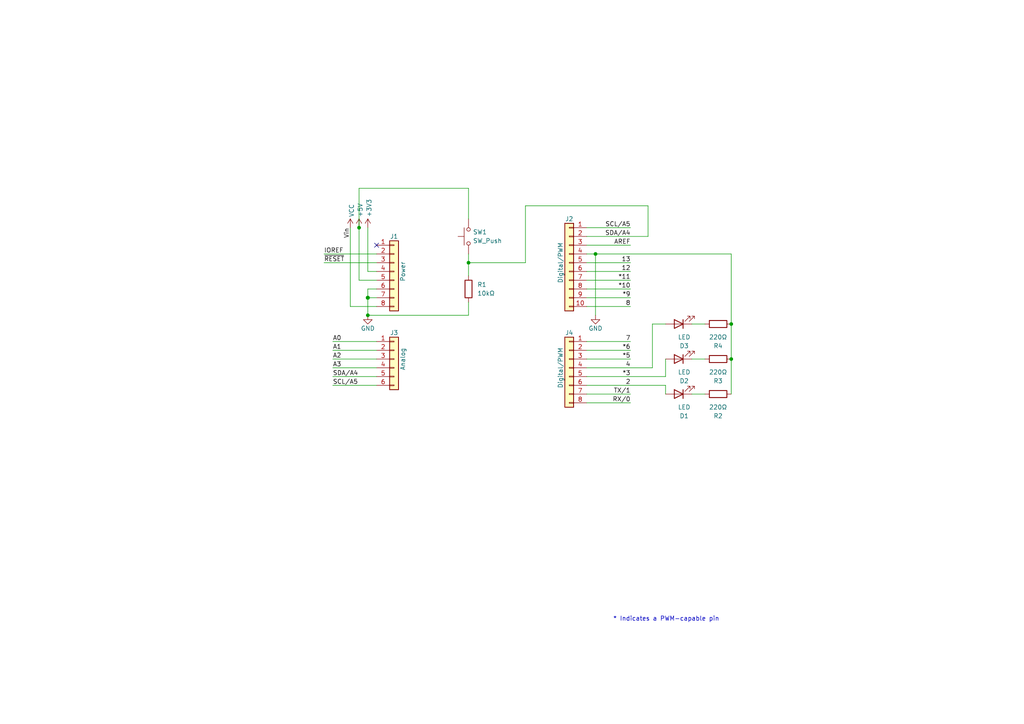
<source format=kicad_sch>
(kicad_sch
	(version 20231120)
	(generator "eeschema")
	(generator_version "8.0")
	(uuid "e63e39d7-6ac0-4ffd-8aa3-1841a4541b55")
	(paper "A4")
	(title_block
		(date "mar. 31 mars 2015")
	)
	(lib_symbols
		(symbol "Connector_Generic:Conn_01x06"
			(pin_names
				(offset 1.016) hide)
			(exclude_from_sim no)
			(in_bom yes)
			(on_board yes)
			(property "Reference" "J"
				(at 0 7.62 0)
				(effects
					(font
						(size 1.27 1.27)
					)
				)
			)
			(property "Value" "Conn_01x06"
				(at 0 -10.16 0)
				(effects
					(font
						(size 1.27 1.27)
					)
				)
			)
			(property "Footprint" ""
				(at 0 0 0)
				(effects
					(font
						(size 1.27 1.27)
					)
					(hide yes)
				)
			)
			(property "Datasheet" "~"
				(at 0 0 0)
				(effects
					(font
						(size 1.27 1.27)
					)
					(hide yes)
				)
			)
			(property "Description" "Generic connector, single row, 01x06, script generated (kicad-library-utils/schlib/autogen/connector/)"
				(at 0 0 0)
				(effects
					(font
						(size 1.27 1.27)
					)
					(hide yes)
				)
			)
			(property "ki_keywords" "connector"
				(at 0 0 0)
				(effects
					(font
						(size 1.27 1.27)
					)
					(hide yes)
				)
			)
			(property "ki_fp_filters" "Connector*:*_1x??_*"
				(at 0 0 0)
				(effects
					(font
						(size 1.27 1.27)
					)
					(hide yes)
				)
			)
			(symbol "Conn_01x06_1_1"
				(rectangle
					(start -1.27 -7.493)
					(end 0 -7.747)
					(stroke
						(width 0.1524)
						(type default)
					)
					(fill
						(type none)
					)
				)
				(rectangle
					(start -1.27 -4.953)
					(end 0 -5.207)
					(stroke
						(width 0.1524)
						(type default)
					)
					(fill
						(type none)
					)
				)
				(rectangle
					(start -1.27 -2.413)
					(end 0 -2.667)
					(stroke
						(width 0.1524)
						(type default)
					)
					(fill
						(type none)
					)
				)
				(rectangle
					(start -1.27 0.127)
					(end 0 -0.127)
					(stroke
						(width 0.1524)
						(type default)
					)
					(fill
						(type none)
					)
				)
				(rectangle
					(start -1.27 2.667)
					(end 0 2.413)
					(stroke
						(width 0.1524)
						(type default)
					)
					(fill
						(type none)
					)
				)
				(rectangle
					(start -1.27 5.207)
					(end 0 4.953)
					(stroke
						(width 0.1524)
						(type default)
					)
					(fill
						(type none)
					)
				)
				(rectangle
					(start -1.27 6.35)
					(end 1.27 -8.89)
					(stroke
						(width 0.254)
						(type default)
					)
					(fill
						(type background)
					)
				)
				(pin passive line
					(at -5.08 5.08 0)
					(length 3.81)
					(name "Pin_1"
						(effects
							(font
								(size 1.27 1.27)
							)
						)
					)
					(number "1"
						(effects
							(font
								(size 1.27 1.27)
							)
						)
					)
				)
				(pin passive line
					(at -5.08 2.54 0)
					(length 3.81)
					(name "Pin_2"
						(effects
							(font
								(size 1.27 1.27)
							)
						)
					)
					(number "2"
						(effects
							(font
								(size 1.27 1.27)
							)
						)
					)
				)
				(pin passive line
					(at -5.08 0 0)
					(length 3.81)
					(name "Pin_3"
						(effects
							(font
								(size 1.27 1.27)
							)
						)
					)
					(number "3"
						(effects
							(font
								(size 1.27 1.27)
							)
						)
					)
				)
				(pin passive line
					(at -5.08 -2.54 0)
					(length 3.81)
					(name "Pin_4"
						(effects
							(font
								(size 1.27 1.27)
							)
						)
					)
					(number "4"
						(effects
							(font
								(size 1.27 1.27)
							)
						)
					)
				)
				(pin passive line
					(at -5.08 -5.08 0)
					(length 3.81)
					(name "Pin_5"
						(effects
							(font
								(size 1.27 1.27)
							)
						)
					)
					(number "5"
						(effects
							(font
								(size 1.27 1.27)
							)
						)
					)
				)
				(pin passive line
					(at -5.08 -7.62 0)
					(length 3.81)
					(name "Pin_6"
						(effects
							(font
								(size 1.27 1.27)
							)
						)
					)
					(number "6"
						(effects
							(font
								(size 1.27 1.27)
							)
						)
					)
				)
			)
		)
		(symbol "Connector_Generic:Conn_01x08"
			(pin_names
				(offset 1.016) hide)
			(exclude_from_sim no)
			(in_bom yes)
			(on_board yes)
			(property "Reference" "J"
				(at 0 10.16 0)
				(effects
					(font
						(size 1.27 1.27)
					)
				)
			)
			(property "Value" "Conn_01x08"
				(at 0 -12.7 0)
				(effects
					(font
						(size 1.27 1.27)
					)
				)
			)
			(property "Footprint" ""
				(at 0 0 0)
				(effects
					(font
						(size 1.27 1.27)
					)
					(hide yes)
				)
			)
			(property "Datasheet" "~"
				(at 0 0 0)
				(effects
					(font
						(size 1.27 1.27)
					)
					(hide yes)
				)
			)
			(property "Description" "Generic connector, single row, 01x08, script generated (kicad-library-utils/schlib/autogen/connector/)"
				(at 0 0 0)
				(effects
					(font
						(size 1.27 1.27)
					)
					(hide yes)
				)
			)
			(property "ki_keywords" "connector"
				(at 0 0 0)
				(effects
					(font
						(size 1.27 1.27)
					)
					(hide yes)
				)
			)
			(property "ki_fp_filters" "Connector*:*_1x??_*"
				(at 0 0 0)
				(effects
					(font
						(size 1.27 1.27)
					)
					(hide yes)
				)
			)
			(symbol "Conn_01x08_1_1"
				(rectangle
					(start -1.27 -10.033)
					(end 0 -10.287)
					(stroke
						(width 0.1524)
						(type default)
					)
					(fill
						(type none)
					)
				)
				(rectangle
					(start -1.27 -7.493)
					(end 0 -7.747)
					(stroke
						(width 0.1524)
						(type default)
					)
					(fill
						(type none)
					)
				)
				(rectangle
					(start -1.27 -4.953)
					(end 0 -5.207)
					(stroke
						(width 0.1524)
						(type default)
					)
					(fill
						(type none)
					)
				)
				(rectangle
					(start -1.27 -2.413)
					(end 0 -2.667)
					(stroke
						(width 0.1524)
						(type default)
					)
					(fill
						(type none)
					)
				)
				(rectangle
					(start -1.27 0.127)
					(end 0 -0.127)
					(stroke
						(width 0.1524)
						(type default)
					)
					(fill
						(type none)
					)
				)
				(rectangle
					(start -1.27 2.667)
					(end 0 2.413)
					(stroke
						(width 0.1524)
						(type default)
					)
					(fill
						(type none)
					)
				)
				(rectangle
					(start -1.27 5.207)
					(end 0 4.953)
					(stroke
						(width 0.1524)
						(type default)
					)
					(fill
						(type none)
					)
				)
				(rectangle
					(start -1.27 7.747)
					(end 0 7.493)
					(stroke
						(width 0.1524)
						(type default)
					)
					(fill
						(type none)
					)
				)
				(rectangle
					(start -1.27 8.89)
					(end 1.27 -11.43)
					(stroke
						(width 0.254)
						(type default)
					)
					(fill
						(type background)
					)
				)
				(pin passive line
					(at -5.08 7.62 0)
					(length 3.81)
					(name "Pin_1"
						(effects
							(font
								(size 1.27 1.27)
							)
						)
					)
					(number "1"
						(effects
							(font
								(size 1.27 1.27)
							)
						)
					)
				)
				(pin passive line
					(at -5.08 5.08 0)
					(length 3.81)
					(name "Pin_2"
						(effects
							(font
								(size 1.27 1.27)
							)
						)
					)
					(number "2"
						(effects
							(font
								(size 1.27 1.27)
							)
						)
					)
				)
				(pin passive line
					(at -5.08 2.54 0)
					(length 3.81)
					(name "Pin_3"
						(effects
							(font
								(size 1.27 1.27)
							)
						)
					)
					(number "3"
						(effects
							(font
								(size 1.27 1.27)
							)
						)
					)
				)
				(pin passive line
					(at -5.08 0 0)
					(length 3.81)
					(name "Pin_4"
						(effects
							(font
								(size 1.27 1.27)
							)
						)
					)
					(number "4"
						(effects
							(font
								(size 1.27 1.27)
							)
						)
					)
				)
				(pin passive line
					(at -5.08 -2.54 0)
					(length 3.81)
					(name "Pin_5"
						(effects
							(font
								(size 1.27 1.27)
							)
						)
					)
					(number "5"
						(effects
							(font
								(size 1.27 1.27)
							)
						)
					)
				)
				(pin passive line
					(at -5.08 -5.08 0)
					(length 3.81)
					(name "Pin_6"
						(effects
							(font
								(size 1.27 1.27)
							)
						)
					)
					(number "6"
						(effects
							(font
								(size 1.27 1.27)
							)
						)
					)
				)
				(pin passive line
					(at -5.08 -7.62 0)
					(length 3.81)
					(name "Pin_7"
						(effects
							(font
								(size 1.27 1.27)
							)
						)
					)
					(number "7"
						(effects
							(font
								(size 1.27 1.27)
							)
						)
					)
				)
				(pin passive line
					(at -5.08 -10.16 0)
					(length 3.81)
					(name "Pin_8"
						(effects
							(font
								(size 1.27 1.27)
							)
						)
					)
					(number "8"
						(effects
							(font
								(size 1.27 1.27)
							)
						)
					)
				)
			)
		)
		(symbol "Connector_Generic:Conn_01x10"
			(pin_names
				(offset 1.016) hide)
			(exclude_from_sim no)
			(in_bom yes)
			(on_board yes)
			(property "Reference" "J"
				(at 0 12.7 0)
				(effects
					(font
						(size 1.27 1.27)
					)
				)
			)
			(property "Value" "Conn_01x10"
				(at 0 -15.24 0)
				(effects
					(font
						(size 1.27 1.27)
					)
				)
			)
			(property "Footprint" ""
				(at 0 0 0)
				(effects
					(font
						(size 1.27 1.27)
					)
					(hide yes)
				)
			)
			(property "Datasheet" "~"
				(at 0 0 0)
				(effects
					(font
						(size 1.27 1.27)
					)
					(hide yes)
				)
			)
			(property "Description" "Generic connector, single row, 01x10, script generated (kicad-library-utils/schlib/autogen/connector/)"
				(at 0 0 0)
				(effects
					(font
						(size 1.27 1.27)
					)
					(hide yes)
				)
			)
			(property "ki_keywords" "connector"
				(at 0 0 0)
				(effects
					(font
						(size 1.27 1.27)
					)
					(hide yes)
				)
			)
			(property "ki_fp_filters" "Connector*:*_1x??_*"
				(at 0 0 0)
				(effects
					(font
						(size 1.27 1.27)
					)
					(hide yes)
				)
			)
			(symbol "Conn_01x10_1_1"
				(rectangle
					(start -1.27 -12.573)
					(end 0 -12.827)
					(stroke
						(width 0.1524)
						(type default)
					)
					(fill
						(type none)
					)
				)
				(rectangle
					(start -1.27 -10.033)
					(end 0 -10.287)
					(stroke
						(width 0.1524)
						(type default)
					)
					(fill
						(type none)
					)
				)
				(rectangle
					(start -1.27 -7.493)
					(end 0 -7.747)
					(stroke
						(width 0.1524)
						(type default)
					)
					(fill
						(type none)
					)
				)
				(rectangle
					(start -1.27 -4.953)
					(end 0 -5.207)
					(stroke
						(width 0.1524)
						(type default)
					)
					(fill
						(type none)
					)
				)
				(rectangle
					(start -1.27 -2.413)
					(end 0 -2.667)
					(stroke
						(width 0.1524)
						(type default)
					)
					(fill
						(type none)
					)
				)
				(rectangle
					(start -1.27 0.127)
					(end 0 -0.127)
					(stroke
						(width 0.1524)
						(type default)
					)
					(fill
						(type none)
					)
				)
				(rectangle
					(start -1.27 2.667)
					(end 0 2.413)
					(stroke
						(width 0.1524)
						(type default)
					)
					(fill
						(type none)
					)
				)
				(rectangle
					(start -1.27 5.207)
					(end 0 4.953)
					(stroke
						(width 0.1524)
						(type default)
					)
					(fill
						(type none)
					)
				)
				(rectangle
					(start -1.27 7.747)
					(end 0 7.493)
					(stroke
						(width 0.1524)
						(type default)
					)
					(fill
						(type none)
					)
				)
				(rectangle
					(start -1.27 10.287)
					(end 0 10.033)
					(stroke
						(width 0.1524)
						(type default)
					)
					(fill
						(type none)
					)
				)
				(rectangle
					(start -1.27 11.43)
					(end 1.27 -13.97)
					(stroke
						(width 0.254)
						(type default)
					)
					(fill
						(type background)
					)
				)
				(pin passive line
					(at -5.08 10.16 0)
					(length 3.81)
					(name "Pin_1"
						(effects
							(font
								(size 1.27 1.27)
							)
						)
					)
					(number "1"
						(effects
							(font
								(size 1.27 1.27)
							)
						)
					)
				)
				(pin passive line
					(at -5.08 -12.7 0)
					(length 3.81)
					(name "Pin_10"
						(effects
							(font
								(size 1.27 1.27)
							)
						)
					)
					(number "10"
						(effects
							(font
								(size 1.27 1.27)
							)
						)
					)
				)
				(pin passive line
					(at -5.08 7.62 0)
					(length 3.81)
					(name "Pin_2"
						(effects
							(font
								(size 1.27 1.27)
							)
						)
					)
					(number "2"
						(effects
							(font
								(size 1.27 1.27)
							)
						)
					)
				)
				(pin passive line
					(at -5.08 5.08 0)
					(length 3.81)
					(name "Pin_3"
						(effects
							(font
								(size 1.27 1.27)
							)
						)
					)
					(number "3"
						(effects
							(font
								(size 1.27 1.27)
							)
						)
					)
				)
				(pin passive line
					(at -5.08 2.54 0)
					(length 3.81)
					(name "Pin_4"
						(effects
							(font
								(size 1.27 1.27)
							)
						)
					)
					(number "4"
						(effects
							(font
								(size 1.27 1.27)
							)
						)
					)
				)
				(pin passive line
					(at -5.08 0 0)
					(length 3.81)
					(name "Pin_5"
						(effects
							(font
								(size 1.27 1.27)
							)
						)
					)
					(number "5"
						(effects
							(font
								(size 1.27 1.27)
							)
						)
					)
				)
				(pin passive line
					(at -5.08 -2.54 0)
					(length 3.81)
					(name "Pin_6"
						(effects
							(font
								(size 1.27 1.27)
							)
						)
					)
					(number "6"
						(effects
							(font
								(size 1.27 1.27)
							)
						)
					)
				)
				(pin passive line
					(at -5.08 -5.08 0)
					(length 3.81)
					(name "Pin_7"
						(effects
							(font
								(size 1.27 1.27)
							)
						)
					)
					(number "7"
						(effects
							(font
								(size 1.27 1.27)
							)
						)
					)
				)
				(pin passive line
					(at -5.08 -7.62 0)
					(length 3.81)
					(name "Pin_8"
						(effects
							(font
								(size 1.27 1.27)
							)
						)
					)
					(number "8"
						(effects
							(font
								(size 1.27 1.27)
							)
						)
					)
				)
				(pin passive line
					(at -5.08 -10.16 0)
					(length 3.81)
					(name "Pin_9"
						(effects
							(font
								(size 1.27 1.27)
							)
						)
					)
					(number "9"
						(effects
							(font
								(size 1.27 1.27)
							)
						)
					)
				)
			)
		)
		(symbol "Device:LED"
			(pin_numbers hide)
			(pin_names
				(offset 1.016) hide)
			(exclude_from_sim no)
			(in_bom yes)
			(on_board yes)
			(property "Reference" "D"
				(at 0 2.54 0)
				(effects
					(font
						(size 1.27 1.27)
					)
				)
			)
			(property "Value" "LED"
				(at 0 -2.54 0)
				(effects
					(font
						(size 1.27 1.27)
					)
				)
			)
			(property "Footprint" ""
				(at 0 0 0)
				(effects
					(font
						(size 1.27 1.27)
					)
					(hide yes)
				)
			)
			(property "Datasheet" "~"
				(at 0 0 0)
				(effects
					(font
						(size 1.27 1.27)
					)
					(hide yes)
				)
			)
			(property "Description" "Light emitting diode"
				(at 0 0 0)
				(effects
					(font
						(size 1.27 1.27)
					)
					(hide yes)
				)
			)
			(property "ki_keywords" "LED diode"
				(at 0 0 0)
				(effects
					(font
						(size 1.27 1.27)
					)
					(hide yes)
				)
			)
			(property "ki_fp_filters" "LED* LED_SMD:* LED_THT:*"
				(at 0 0 0)
				(effects
					(font
						(size 1.27 1.27)
					)
					(hide yes)
				)
			)
			(symbol "LED_0_1"
				(polyline
					(pts
						(xy -1.27 -1.27) (xy -1.27 1.27)
					)
					(stroke
						(width 0.254)
						(type default)
					)
					(fill
						(type none)
					)
				)
				(polyline
					(pts
						(xy -1.27 0) (xy 1.27 0)
					)
					(stroke
						(width 0)
						(type default)
					)
					(fill
						(type none)
					)
				)
				(polyline
					(pts
						(xy 1.27 -1.27) (xy 1.27 1.27) (xy -1.27 0) (xy 1.27 -1.27)
					)
					(stroke
						(width 0.254)
						(type default)
					)
					(fill
						(type none)
					)
				)
				(polyline
					(pts
						(xy -3.048 -0.762) (xy -4.572 -2.286) (xy -3.81 -2.286) (xy -4.572 -2.286) (xy -4.572 -1.524)
					)
					(stroke
						(width 0)
						(type default)
					)
					(fill
						(type none)
					)
				)
				(polyline
					(pts
						(xy -1.778 -0.762) (xy -3.302 -2.286) (xy -2.54 -2.286) (xy -3.302 -2.286) (xy -3.302 -1.524)
					)
					(stroke
						(width 0)
						(type default)
					)
					(fill
						(type none)
					)
				)
			)
			(symbol "LED_1_1"
				(pin passive line
					(at -3.81 0 0)
					(length 2.54)
					(name "K"
						(effects
							(font
								(size 1.27 1.27)
							)
						)
					)
					(number "1"
						(effects
							(font
								(size 1.27 1.27)
							)
						)
					)
				)
				(pin passive line
					(at 3.81 0 180)
					(length 2.54)
					(name "A"
						(effects
							(font
								(size 1.27 1.27)
							)
						)
					)
					(number "2"
						(effects
							(font
								(size 1.27 1.27)
							)
						)
					)
				)
			)
		)
		(symbol "Device:R"
			(pin_numbers hide)
			(pin_names
				(offset 0)
			)
			(exclude_from_sim no)
			(in_bom yes)
			(on_board yes)
			(property "Reference" "R"
				(at 2.032 0 90)
				(effects
					(font
						(size 1.27 1.27)
					)
				)
			)
			(property "Value" "R"
				(at 0 0 90)
				(effects
					(font
						(size 1.27 1.27)
					)
				)
			)
			(property "Footprint" ""
				(at -1.778 0 90)
				(effects
					(font
						(size 1.27 1.27)
					)
					(hide yes)
				)
			)
			(property "Datasheet" "~"
				(at 0 0 0)
				(effects
					(font
						(size 1.27 1.27)
					)
					(hide yes)
				)
			)
			(property "Description" "Resistor"
				(at 0 0 0)
				(effects
					(font
						(size 1.27 1.27)
					)
					(hide yes)
				)
			)
			(property "ki_keywords" "R res resistor"
				(at 0 0 0)
				(effects
					(font
						(size 1.27 1.27)
					)
					(hide yes)
				)
			)
			(property "ki_fp_filters" "R_*"
				(at 0 0 0)
				(effects
					(font
						(size 1.27 1.27)
					)
					(hide yes)
				)
			)
			(symbol "R_0_1"
				(rectangle
					(start -1.016 -2.54)
					(end 1.016 2.54)
					(stroke
						(width 0.254)
						(type default)
					)
					(fill
						(type none)
					)
				)
			)
			(symbol "R_1_1"
				(pin passive line
					(at 0 3.81 270)
					(length 1.27)
					(name "~"
						(effects
							(font
								(size 1.27 1.27)
							)
						)
					)
					(number "1"
						(effects
							(font
								(size 1.27 1.27)
							)
						)
					)
				)
				(pin passive line
					(at 0 -3.81 90)
					(length 1.27)
					(name "~"
						(effects
							(font
								(size 1.27 1.27)
							)
						)
					)
					(number "2"
						(effects
							(font
								(size 1.27 1.27)
							)
						)
					)
				)
			)
		)
		(symbol "Switch:SW_Push"
			(pin_numbers hide)
			(pin_names
				(offset 1.016) hide)
			(exclude_from_sim no)
			(in_bom yes)
			(on_board yes)
			(property "Reference" "SW"
				(at 1.27 2.54 0)
				(effects
					(font
						(size 1.27 1.27)
					)
					(justify left)
				)
			)
			(property "Value" "SW_Push"
				(at 0 -1.524 0)
				(effects
					(font
						(size 1.27 1.27)
					)
				)
			)
			(property "Footprint" ""
				(at 0 5.08 0)
				(effects
					(font
						(size 1.27 1.27)
					)
					(hide yes)
				)
			)
			(property "Datasheet" "~"
				(at 0 5.08 0)
				(effects
					(font
						(size 1.27 1.27)
					)
					(hide yes)
				)
			)
			(property "Description" "Push button switch, generic, two pins"
				(at 0 0 0)
				(effects
					(font
						(size 1.27 1.27)
					)
					(hide yes)
				)
			)
			(property "ki_keywords" "switch normally-open pushbutton push-button"
				(at 0 0 0)
				(effects
					(font
						(size 1.27 1.27)
					)
					(hide yes)
				)
			)
			(symbol "SW_Push_0_1"
				(circle
					(center -2.032 0)
					(radius 0.508)
					(stroke
						(width 0)
						(type default)
					)
					(fill
						(type none)
					)
				)
				(polyline
					(pts
						(xy 0 1.27) (xy 0 3.048)
					)
					(stroke
						(width 0)
						(type default)
					)
					(fill
						(type none)
					)
				)
				(polyline
					(pts
						(xy 2.54 1.27) (xy -2.54 1.27)
					)
					(stroke
						(width 0)
						(type default)
					)
					(fill
						(type none)
					)
				)
				(circle
					(center 2.032 0)
					(radius 0.508)
					(stroke
						(width 0)
						(type default)
					)
					(fill
						(type none)
					)
				)
				(pin passive line
					(at -5.08 0 0)
					(length 2.54)
					(name "1"
						(effects
							(font
								(size 1.27 1.27)
							)
						)
					)
					(number "1"
						(effects
							(font
								(size 1.27 1.27)
							)
						)
					)
				)
				(pin passive line
					(at 5.08 0 180)
					(length 2.54)
					(name "2"
						(effects
							(font
								(size 1.27 1.27)
							)
						)
					)
					(number "2"
						(effects
							(font
								(size 1.27 1.27)
							)
						)
					)
				)
			)
		)
		(symbol "power:+3V3"
			(power)
			(pin_names
				(offset 0)
			)
			(exclude_from_sim no)
			(in_bom yes)
			(on_board yes)
			(property "Reference" "#PWR"
				(at 0 -3.81 0)
				(effects
					(font
						(size 1.27 1.27)
					)
					(hide yes)
				)
			)
			(property "Value" "+3V3"
				(at 0 3.556 0)
				(effects
					(font
						(size 1.27 1.27)
					)
				)
			)
			(property "Footprint" ""
				(at 0 0 0)
				(effects
					(font
						(size 1.27 1.27)
					)
					(hide yes)
				)
			)
			(property "Datasheet" ""
				(at 0 0 0)
				(effects
					(font
						(size 1.27 1.27)
					)
					(hide yes)
				)
			)
			(property "Description" "Power symbol creates a global label with name \"+3V3\""
				(at 0 0 0)
				(effects
					(font
						(size 1.27 1.27)
					)
					(hide yes)
				)
			)
			(property "ki_keywords" "power-flag"
				(at 0 0 0)
				(effects
					(font
						(size 1.27 1.27)
					)
					(hide yes)
				)
			)
			(symbol "+3V3_0_1"
				(polyline
					(pts
						(xy -0.762 1.27) (xy 0 2.54)
					)
					(stroke
						(width 0)
						(type default)
					)
					(fill
						(type none)
					)
				)
				(polyline
					(pts
						(xy 0 0) (xy 0 2.54)
					)
					(stroke
						(width 0)
						(type default)
					)
					(fill
						(type none)
					)
				)
				(polyline
					(pts
						(xy 0 2.54) (xy 0.762 1.27)
					)
					(stroke
						(width 0)
						(type default)
					)
					(fill
						(type none)
					)
				)
			)
			(symbol "+3V3_1_1"
				(pin power_in line
					(at 0 0 90)
					(length 0) hide
					(name "+3V3"
						(effects
							(font
								(size 1.27 1.27)
							)
						)
					)
					(number "1"
						(effects
							(font
								(size 1.27 1.27)
							)
						)
					)
				)
			)
		)
		(symbol "power:+5V"
			(power)
			(pin_names
				(offset 0)
			)
			(exclude_from_sim no)
			(in_bom yes)
			(on_board yes)
			(property "Reference" "#PWR"
				(at 0 -3.81 0)
				(effects
					(font
						(size 1.27 1.27)
					)
					(hide yes)
				)
			)
			(property "Value" "+5V"
				(at 0 3.556 0)
				(effects
					(font
						(size 1.27 1.27)
					)
				)
			)
			(property "Footprint" ""
				(at 0 0 0)
				(effects
					(font
						(size 1.27 1.27)
					)
					(hide yes)
				)
			)
			(property "Datasheet" ""
				(at 0 0 0)
				(effects
					(font
						(size 1.27 1.27)
					)
					(hide yes)
				)
			)
			(property "Description" "Power symbol creates a global label with name \"+5V\""
				(at 0 0 0)
				(effects
					(font
						(size 1.27 1.27)
					)
					(hide yes)
				)
			)
			(property "ki_keywords" "power-flag"
				(at 0 0 0)
				(effects
					(font
						(size 1.27 1.27)
					)
					(hide yes)
				)
			)
			(symbol "+5V_0_1"
				(polyline
					(pts
						(xy -0.762 1.27) (xy 0 2.54)
					)
					(stroke
						(width 0)
						(type default)
					)
					(fill
						(type none)
					)
				)
				(polyline
					(pts
						(xy 0 0) (xy 0 2.54)
					)
					(stroke
						(width 0)
						(type default)
					)
					(fill
						(type none)
					)
				)
				(polyline
					(pts
						(xy 0 2.54) (xy 0.762 1.27)
					)
					(stroke
						(width 0)
						(type default)
					)
					(fill
						(type none)
					)
				)
			)
			(symbol "+5V_1_1"
				(pin power_in line
					(at 0 0 90)
					(length 0) hide
					(name "+5V"
						(effects
							(font
								(size 1.27 1.27)
							)
						)
					)
					(number "1"
						(effects
							(font
								(size 1.27 1.27)
							)
						)
					)
				)
			)
		)
		(symbol "power:GND"
			(power)
			(pin_names
				(offset 0)
			)
			(exclude_from_sim no)
			(in_bom yes)
			(on_board yes)
			(property "Reference" "#PWR"
				(at 0 -6.35 0)
				(effects
					(font
						(size 1.27 1.27)
					)
					(hide yes)
				)
			)
			(property "Value" "GND"
				(at 0 -3.81 0)
				(effects
					(font
						(size 1.27 1.27)
					)
				)
			)
			(property "Footprint" ""
				(at 0 0 0)
				(effects
					(font
						(size 1.27 1.27)
					)
					(hide yes)
				)
			)
			(property "Datasheet" ""
				(at 0 0 0)
				(effects
					(font
						(size 1.27 1.27)
					)
					(hide yes)
				)
			)
			(property "Description" "Power symbol creates a global label with name \"GND\" , ground"
				(at 0 0 0)
				(effects
					(font
						(size 1.27 1.27)
					)
					(hide yes)
				)
			)
			(property "ki_keywords" "power-flag"
				(at 0 0 0)
				(effects
					(font
						(size 1.27 1.27)
					)
					(hide yes)
				)
			)
			(symbol "GND_0_1"
				(polyline
					(pts
						(xy 0 0) (xy 0 -1.27) (xy 1.27 -1.27) (xy 0 -2.54) (xy -1.27 -1.27) (xy 0 -1.27)
					)
					(stroke
						(width 0)
						(type default)
					)
					(fill
						(type none)
					)
				)
			)
			(symbol "GND_1_1"
				(pin power_in line
					(at 0 0 270)
					(length 0) hide
					(name "GND"
						(effects
							(font
								(size 1.27 1.27)
							)
						)
					)
					(number "1"
						(effects
							(font
								(size 1.27 1.27)
							)
						)
					)
				)
			)
		)
		(symbol "power:VCC"
			(power)
			(pin_names
				(offset 0)
			)
			(exclude_from_sim no)
			(in_bom yes)
			(on_board yes)
			(property "Reference" "#PWR"
				(at 0 -3.81 0)
				(effects
					(font
						(size 1.27 1.27)
					)
					(hide yes)
				)
			)
			(property "Value" "VCC"
				(at 0 3.81 0)
				(effects
					(font
						(size 1.27 1.27)
					)
				)
			)
			(property "Footprint" ""
				(at 0 0 0)
				(effects
					(font
						(size 1.27 1.27)
					)
					(hide yes)
				)
			)
			(property "Datasheet" ""
				(at 0 0 0)
				(effects
					(font
						(size 1.27 1.27)
					)
					(hide yes)
				)
			)
			(property "Description" "Power symbol creates a global label with name \"VCC\""
				(at 0 0 0)
				(effects
					(font
						(size 1.27 1.27)
					)
					(hide yes)
				)
			)
			(property "ki_keywords" "power-flag"
				(at 0 0 0)
				(effects
					(font
						(size 1.27 1.27)
					)
					(hide yes)
				)
			)
			(symbol "VCC_0_1"
				(polyline
					(pts
						(xy -0.762 1.27) (xy 0 2.54)
					)
					(stroke
						(width 0)
						(type default)
					)
					(fill
						(type none)
					)
				)
				(polyline
					(pts
						(xy 0 0) (xy 0 2.54)
					)
					(stroke
						(width 0)
						(type default)
					)
					(fill
						(type none)
					)
				)
				(polyline
					(pts
						(xy 0 2.54) (xy 0.762 1.27)
					)
					(stroke
						(width 0)
						(type default)
					)
					(fill
						(type none)
					)
				)
			)
			(symbol "VCC_1_1"
				(pin power_in line
					(at 0 0 90)
					(length 0) hide
					(name "VCC"
						(effects
							(font
								(size 1.27 1.27)
							)
						)
					)
					(number "1"
						(effects
							(font
								(size 1.27 1.27)
							)
						)
					)
				)
			)
		)
	)
	(junction
		(at 172.72 73.66)
		(diameter 0)
		(color 0 0 0 0)
		(uuid "252fe33f-5ccb-46d8-b0bc-738ada750d3b")
	)
	(junction
		(at 106.68 91.44)
		(diameter 0)
		(color 0 0 0 0)
		(uuid "32d639fb-bd38-49df-aa95-11d6f257d111")
	)
	(junction
		(at 106.68 86.36)
		(diameter 1.016)
		(color 0 0 0 0)
		(uuid "3dcc657b-55a1-48e0-9667-e01e7b6b08b5")
	)
	(junction
		(at 212.09 104.14)
		(diameter 0)
		(color 0 0 0 0)
		(uuid "5f0bd192-5f59-47c8-a094-fd82395a28d4")
	)
	(junction
		(at 104.14 66.04)
		(diameter 0)
		(color 0 0 0 0)
		(uuid "b3d5236f-0391-46ec-ae2f-7f411e996779")
	)
	(junction
		(at 135.89 76.2)
		(diameter 0)
		(color 0 0 0 0)
		(uuid "ed14d770-59a4-4360-9aeb-ba1779e52f50")
	)
	(junction
		(at 212.09 93.98)
		(diameter 0)
		(color 0 0 0 0)
		(uuid "f35b37f0-8369-4387-bf9d-59eb7957df98")
	)
	(no_connect
		(at 109.22 71.12)
		(uuid "d181157c-7812-47e5-a0cf-9580c905fc86")
	)
	(wire
		(pts
			(xy 170.18 116.84) (xy 182.88 116.84)
		)
		(stroke
			(width 0)
			(type solid)
		)
		(uuid "010ba307-2067-49d3-b0fa-6414143f3fc2")
	)
	(wire
		(pts
			(xy 135.89 76.2) (xy 135.89 80.01)
		)
		(stroke
			(width 0)
			(type default)
		)
		(uuid "03df5a5d-d46d-421f-bd5b-874c1064c9b3")
	)
	(wire
		(pts
			(xy 170.18 83.82) (xy 182.88 83.82)
		)
		(stroke
			(width 0)
			(type solid)
		)
		(uuid "09480ba4-37da-45e3-b9fe-6beebf876349")
	)
	(wire
		(pts
			(xy 212.09 114.3) (xy 212.09 104.14)
		)
		(stroke
			(width 0)
			(type default)
		)
		(uuid "0f2e98c0-1f72-457c-9b32-f8c8f7aeda12")
	)
	(wire
		(pts
			(xy 170.18 66.04) (xy 182.88 66.04)
		)
		(stroke
			(width 0)
			(type solid)
		)
		(uuid "0f5d2189-4ead-42fa-8f7a-cfa3af4de132")
	)
	(wire
		(pts
			(xy 200.66 114.3) (xy 204.47 114.3)
		)
		(stroke
			(width 0)
			(type default)
		)
		(uuid "1382f812-605a-4370-9fd9-4b6d942074b6")
	)
	(wire
		(pts
			(xy 193.04 109.22) (xy 193.04 104.14)
		)
		(stroke
			(width 0)
			(type solid)
		)
		(uuid "13954359-32a9-4e71-b523-ba6129703c98")
	)
	(wire
		(pts
			(xy 187.96 68.58) (xy 187.96 59.69)
		)
		(stroke
			(width 0)
			(type solid)
		)
		(uuid "1432bf87-5fd5-4173-a99c-34a7c53da79c")
	)
	(wire
		(pts
			(xy 106.68 83.82) (xy 106.68 86.36)
		)
		(stroke
			(width 0)
			(type solid)
		)
		(uuid "1c31b835-925f-4a5c-92df-8f2558bb711b")
	)
	(wire
		(pts
			(xy 135.89 91.44) (xy 106.68 91.44)
		)
		(stroke
			(width 0)
			(type default)
		)
		(uuid "1c66403d-4bde-4042-ad63-9a6f3514e924")
	)
	(wire
		(pts
			(xy 96.52 111.76) (xy 109.22 111.76)
		)
		(stroke
			(width 0)
			(type solid)
		)
		(uuid "20854542-d0b0-4be7-af02-0e5fceb34e01")
	)
	(wire
		(pts
			(xy 104.14 54.61) (xy 135.89 54.61)
		)
		(stroke
			(width 0)
			(type solid)
		)
		(uuid "227a5321-f0a8-4d05-bb03-7f1d3df24c53")
	)
	(wire
		(pts
			(xy 193.04 111.76) (xy 193.04 114.3)
		)
		(stroke
			(width 0)
			(type solid)
		)
		(uuid "24dc3822-1f6a-41f8-bbc3-e949c5987729")
	)
	(wire
		(pts
			(xy 135.89 87.63) (xy 135.89 91.44)
		)
		(stroke
			(width 0)
			(type default)
		)
		(uuid "2af3af76-f344-4952-af46-2ceba0da2ed4")
	)
	(wire
		(pts
			(xy 170.18 68.58) (xy 187.96 68.58)
		)
		(stroke
			(width 0)
			(type solid)
		)
		(uuid "2b953cf1-7778-4630-8e62-f0f067610bc5")
	)
	(wire
		(pts
			(xy 106.68 86.36) (xy 106.68 91.44)
		)
		(stroke
			(width 0)
			(type solid)
		)
		(uuid "2df788b2-ce68-49bc-a497-4b6570a17f30")
	)
	(wire
		(pts
			(xy 106.68 78.74) (xy 109.22 78.74)
		)
		(stroke
			(width 0)
			(type solid)
		)
		(uuid "3334b11d-5a13-40b4-a117-d693c543e4ab")
	)
	(wire
		(pts
			(xy 104.14 81.28) (xy 109.22 81.28)
		)
		(stroke
			(width 0)
			(type solid)
		)
		(uuid "3661f80c-fef8-4441-83be-df8930b3b45e")
	)
	(wire
		(pts
			(xy 104.14 66.04) (xy 104.14 81.28)
		)
		(stroke
			(width 0)
			(type solid)
		)
		(uuid "392bf1f6-bf67-427d-8d4c-0a87cb757556")
	)
	(wire
		(pts
			(xy 170.18 76.2) (xy 182.88 76.2)
		)
		(stroke
			(width 0)
			(type solid)
		)
		(uuid "4227fa6f-c399-4f14-8228-23e39d2b7e7d")
	)
	(wire
		(pts
			(xy 106.68 66.04) (xy 106.68 78.74)
		)
		(stroke
			(width 0)
			(type solid)
		)
		(uuid "442fb4de-4d55-45de-bc27-3e6222ceb890")
	)
	(wire
		(pts
			(xy 170.18 99.06) (xy 182.88 99.06)
		)
		(stroke
			(width 0)
			(type solid)
		)
		(uuid "4455ee2e-5642-42c1-a83b-f7e65fa0c2f1")
	)
	(wire
		(pts
			(xy 109.22 99.06) (xy 96.52 99.06)
		)
		(stroke
			(width 0)
			(type solid)
		)
		(uuid "486ca832-85f4-4989-b0f4-569faf9be534")
	)
	(wire
		(pts
			(xy 170.18 78.74) (xy 182.88 78.74)
		)
		(stroke
			(width 0)
			(type solid)
		)
		(uuid "4a910b57-a5cd-4105-ab4f-bde2a80d4f00")
	)
	(wire
		(pts
			(xy 170.18 101.6) (xy 182.88 101.6)
		)
		(stroke
			(width 0)
			(type solid)
		)
		(uuid "4e60e1af-19bd-45a0-b418-b7030b594dde")
	)
	(wire
		(pts
			(xy 104.14 66.04) (xy 104.14 54.61)
		)
		(stroke
			(width 0)
			(type solid)
		)
		(uuid "4e8a75e6-ef02-439a-ab0a-c2abfba17037")
	)
	(wire
		(pts
			(xy 135.89 76.2) (xy 152.4 76.2)
		)
		(stroke
			(width 0)
			(type solid)
		)
		(uuid "57c0a49f-415c-4004-b73c-668e0d6fd976")
	)
	(wire
		(pts
			(xy 170.18 86.36) (xy 182.88 86.36)
		)
		(stroke
			(width 0)
			(type solid)
		)
		(uuid "63f2b71b-521b-4210-bf06-ed65e330fccc")
	)
	(wire
		(pts
			(xy 212.09 93.98) (xy 212.09 73.66)
		)
		(stroke
			(width 0)
			(type default)
		)
		(uuid "6c767e73-47df-40a7-8e07-0dbacbd15ca5")
	)
	(wire
		(pts
			(xy 170.18 106.68) (xy 189.23 106.68)
		)
		(stroke
			(width 0)
			(type solid)
		)
		(uuid "6fddff10-07ae-415f-8ec2-da4111f3f70a")
	)
	(wire
		(pts
			(xy 93.98 73.66) (xy 109.22 73.66)
		)
		(stroke
			(width 0)
			(type solid)
		)
		(uuid "73d4774c-1387-4550-b580-a1cc0ac89b89")
	)
	(wire
		(pts
			(xy 189.23 93.98) (xy 193.04 93.98)
		)
		(stroke
			(width 0)
			(type solid)
		)
		(uuid "7d63d375-5df8-4489-ba24-1e15d45cd27b")
	)
	(wire
		(pts
			(xy 212.09 104.14) (xy 212.09 93.98)
		)
		(stroke
			(width 0)
			(type default)
		)
		(uuid "7e6b555c-9817-42e1-a2cb-0de8151ee30a")
	)
	(wire
		(pts
			(xy 212.09 73.66) (xy 172.72 73.66)
		)
		(stroke
			(width 0)
			(type default)
		)
		(uuid "82ec701b-8062-4689-8ccc-a0675211d0bf")
	)
	(wire
		(pts
			(xy 135.89 54.61) (xy 135.89 63.5)
		)
		(stroke
			(width 0)
			(type solid)
		)
		(uuid "84c27e87-f697-49f1-884f-82741a3be603")
	)
	(wire
		(pts
			(xy 172.72 73.66) (xy 172.72 91.44)
		)
		(stroke
			(width 0)
			(type solid)
		)
		(uuid "84ce350c-b0c1-4e69-9ab2-f7ec7b8bb312")
	)
	(wire
		(pts
			(xy 170.18 71.12) (xy 182.88 71.12)
		)
		(stroke
			(width 0)
			(type solid)
		)
		(uuid "8a3d35a2-f0f6-4dec-a606-7c8e288ca828")
	)
	(wire
		(pts
			(xy 109.22 104.14) (xy 96.52 104.14)
		)
		(stroke
			(width 0)
			(type solid)
		)
		(uuid "9377eb1a-3b12-438c-8ebd-f86ace1e8d25")
	)
	(wire
		(pts
			(xy 93.98 76.2) (xy 109.22 76.2)
		)
		(stroke
			(width 0)
			(type solid)
		)
		(uuid "93e52853-9d1e-4afe-aee8-b825ab9f5d09")
	)
	(wire
		(pts
			(xy 170.18 109.22) (xy 193.04 109.22)
		)
		(stroke
			(width 0)
			(type solid)
		)
		(uuid "9509af3e-eabd-4e89-97c0-e8df94ecf114")
	)
	(wire
		(pts
			(xy 109.22 86.36) (xy 106.68 86.36)
		)
		(stroke
			(width 0)
			(type solid)
		)
		(uuid "97df9ac9-dbb8-472e-b84f-3684d0eb5efc")
	)
	(wire
		(pts
			(xy 170.18 111.76) (xy 193.04 111.76)
		)
		(stroke
			(width 0)
			(type solid)
		)
		(uuid "9f760178-4342-49c0-ac57-029c9547f55f")
	)
	(wire
		(pts
			(xy 109.22 88.9) (xy 101.6 88.9)
		)
		(stroke
			(width 0)
			(type solid)
		)
		(uuid "a7518f9d-05df-4211-ba17-5d615f04ec46")
	)
	(wire
		(pts
			(xy 96.52 101.6) (xy 109.22 101.6)
		)
		(stroke
			(width 0)
			(type solid)
		)
		(uuid "aab97e46-23d6-4cbf-8684-537b94306d68")
	)
	(wire
		(pts
			(xy 170.18 73.66) (xy 172.72 73.66)
		)
		(stroke
			(width 0)
			(type solid)
		)
		(uuid "bcbc7302-8a54-4b9b-98b9-f277f1b20941")
	)
	(wire
		(pts
			(xy 189.23 106.68) (xy 189.23 93.98)
		)
		(stroke
			(width 0)
			(type solid)
		)
		(uuid "bfa478e1-5315-42aa-b2f7-ce4f5d7d813d")
	)
	(wire
		(pts
			(xy 109.22 83.82) (xy 106.68 83.82)
		)
		(stroke
			(width 0)
			(type solid)
		)
		(uuid "c12796ad-cf20-466f-9ab3-9cf441392c32")
	)
	(wire
		(pts
			(xy 170.18 81.28) (xy 182.88 81.28)
		)
		(stroke
			(width 0)
			(type solid)
		)
		(uuid "c722a1ff-12f1-49e5-88a4-44ffeb509ca2")
	)
	(wire
		(pts
			(xy 200.66 93.98) (xy 204.47 93.98)
		)
		(stroke
			(width 0)
			(type default)
		)
		(uuid "cf4b6df1-ab7c-4895-a9dc-13029d8821cb")
	)
	(wire
		(pts
			(xy 170.18 104.14) (xy 182.88 104.14)
		)
		(stroke
			(width 0)
			(type solid)
		)
		(uuid "cfe99980-2d98-4372-b495-04c53027340b")
	)
	(wire
		(pts
			(xy 96.52 106.68) (xy 109.22 106.68)
		)
		(stroke
			(width 0)
			(type solid)
		)
		(uuid "d3042136-2605-44b2-aebb-5484a9c90933")
	)
	(wire
		(pts
			(xy 152.4 59.69) (xy 152.4 76.2)
		)
		(stroke
			(width 0)
			(type solid)
		)
		(uuid "d3f5b7f2-00d4-43e0-a858-feff9eb8d542")
	)
	(wire
		(pts
			(xy 200.66 104.14) (xy 204.47 104.14)
		)
		(stroke
			(width 0)
			(type default)
		)
		(uuid "d90cf962-43aa-41c2-82ab-a21a00c0890c")
	)
	(wire
		(pts
			(xy 135.89 73.66) (xy 135.89 76.2)
		)
		(stroke
			(width 0)
			(type default)
		)
		(uuid "dbe243ca-1ea1-4193-8af9-1268baf27522")
	)
	(wire
		(pts
			(xy 170.18 114.3) (xy 182.88 114.3)
		)
		(stroke
			(width 0)
			(type solid)
		)
		(uuid "f853d1d4-c722-44df-98bf-4a6114204628")
	)
	(wire
		(pts
			(xy 101.6 88.9) (xy 101.6 66.04)
		)
		(stroke
			(width 0)
			(type solid)
		)
		(uuid "f8de70cd-e47d-4e80-8f3a-077e9df93aa8")
	)
	(wire
		(pts
			(xy 109.22 109.22) (xy 96.52 109.22)
		)
		(stroke
			(width 0)
			(type solid)
		)
		(uuid "fc39c32d-65b8-4d16-9db5-de89c54a1206")
	)
	(wire
		(pts
			(xy 187.96 59.69) (xy 152.4 59.69)
		)
		(stroke
			(width 0)
			(type solid)
		)
		(uuid "fe5c92c1-682c-40b3-8528-2276dcc404d1")
	)
	(wire
		(pts
			(xy 170.18 88.9) (xy 182.88 88.9)
		)
		(stroke
			(width 0)
			(type solid)
		)
		(uuid "fe837306-92d0-4847-ad21-76c47ae932d1")
	)
	(text "* Indicates a PWM-capable pin"
		(exclude_from_sim no)
		(at 177.8 180.34 0)
		(effects
			(font
				(size 1.27 1.27)
			)
			(justify left bottom)
		)
		(uuid "c364973a-9a67-4667-8185-a3a5c6c6cbdf")
	)
	(label "RX{slash}0"
		(at 182.88 116.84 180)
		(fields_autoplaced yes)
		(effects
			(font
				(size 1.27 1.27)
			)
			(justify right bottom)
		)
		(uuid "01ea9310-cf66-436b-9b89-1a2f4237b59e")
	)
	(label "A2"
		(at 96.52 104.14 0)
		(fields_autoplaced yes)
		(effects
			(font
				(size 1.27 1.27)
			)
			(justify left bottom)
		)
		(uuid "09251fd4-af37-4d86-8951-1faaac710ffa")
	)
	(label "4"
		(at 182.88 106.68 180)
		(fields_autoplaced yes)
		(effects
			(font
				(size 1.27 1.27)
			)
			(justify right bottom)
		)
		(uuid "0d8cfe6d-11bf-42b9-9752-f9a5a76bce7e")
	)
	(label "2"
		(at 182.88 111.76 180)
		(fields_autoplaced yes)
		(effects
			(font
				(size 1.27 1.27)
			)
			(justify right bottom)
		)
		(uuid "23f0c933-49f0-4410-a8db-8b017f48dadc")
	)
	(label "A3"
		(at 96.52 106.68 0)
		(fields_autoplaced yes)
		(effects
			(font
				(size 1.27 1.27)
			)
			(justify left bottom)
		)
		(uuid "2c60ab74-0590-423b-8921-6f3212a358d2")
	)
	(label "13"
		(at 182.88 76.2 180)
		(fields_autoplaced yes)
		(effects
			(font
				(size 1.27 1.27)
			)
			(justify right bottom)
		)
		(uuid "35bc5b35-b7b2-44d5-bbed-557f428649b2")
	)
	(label "12"
		(at 182.88 78.74 180)
		(fields_autoplaced yes)
		(effects
			(font
				(size 1.27 1.27)
			)
			(justify right bottom)
		)
		(uuid "3ffaa3b1-1d78-4c7b-bdf9-f1a8019c92fd")
	)
	(label "~{RESET}"
		(at 93.98 76.2 0)
		(fields_autoplaced yes)
		(effects
			(font
				(size 1.27 1.27)
			)
			(justify left bottom)
		)
		(uuid "49585dba-cfa7-4813-841e-9d900d43ecf4")
	)
	(label "*10"
		(at 182.88 83.82 180)
		(fields_autoplaced yes)
		(effects
			(font
				(size 1.27 1.27)
			)
			(justify right bottom)
		)
		(uuid "54be04e4-fffa-4f7f-8a5f-d0de81314e8f")
	)
	(label "7"
		(at 182.88 99.06 180)
		(fields_autoplaced yes)
		(effects
			(font
				(size 1.27 1.27)
			)
			(justify right bottom)
		)
		(uuid "873d2c88-519e-482f-a3ed-2484e5f9417e")
	)
	(label "SDA{slash}A4"
		(at 182.88 68.58 180)
		(fields_autoplaced yes)
		(effects
			(font
				(size 1.27 1.27)
			)
			(justify right bottom)
		)
		(uuid "8885a9dc-224d-44c5-8601-05c1d9983e09")
	)
	(label "8"
		(at 182.88 88.9 180)
		(fields_autoplaced yes)
		(effects
			(font
				(size 1.27 1.27)
			)
			(justify right bottom)
		)
		(uuid "89b0e564-e7aa-4224-80c9-3f0614fede8f")
	)
	(label "*11"
		(at 182.88 81.28 180)
		(fields_autoplaced yes)
		(effects
			(font
				(size 1.27 1.27)
			)
			(justify right bottom)
		)
		(uuid "9ad5a781-2469-4c8f-8abf-a1c3586f7cb7")
	)
	(label "*3"
		(at 182.88 109.22 180)
		(fields_autoplaced yes)
		(effects
			(font
				(size 1.27 1.27)
			)
			(justify right bottom)
		)
		(uuid "9cccf5f9-68a4-4e61-b418-6185dd6a5f9a")
	)
	(label "A1"
		(at 96.52 101.6 0)
		(fields_autoplaced yes)
		(effects
			(font
				(size 1.27 1.27)
			)
			(justify left bottom)
		)
		(uuid "acc9991b-1bdd-4544-9a08-4037937485cb")
	)
	(label "TX{slash}1"
		(at 182.88 114.3 180)
		(fields_autoplaced yes)
		(effects
			(font
				(size 1.27 1.27)
			)
			(justify right bottom)
		)
		(uuid "ae2c9582-b445-44bd-b371-7fc74f6cf852")
	)
	(label "A0"
		(at 96.52 99.06 0)
		(fields_autoplaced yes)
		(effects
			(font
				(size 1.27 1.27)
			)
			(justify left bottom)
		)
		(uuid "ba02dc27-26a3-4648-b0aa-06b6dcaf001f")
	)
	(label "AREF"
		(at 182.88 71.12 180)
		(fields_autoplaced yes)
		(effects
			(font
				(size 1.27 1.27)
			)
			(justify right bottom)
		)
		(uuid "bbf52cf8-6d97-4499-a9ee-3657cebcdabf")
	)
	(label "Vin"
		(at 101.6 66.04 270)
		(fields_autoplaced yes)
		(effects
			(font
				(size 1.27 1.27)
			)
			(justify right bottom)
		)
		(uuid "c348793d-eec0-4f33-9b91-2cae8b4224a4")
	)
	(label "*6"
		(at 182.88 101.6 180)
		(fields_autoplaced yes)
		(effects
			(font
				(size 1.27 1.27)
			)
			(justify right bottom)
		)
		(uuid "c775d4e8-c37b-4e73-90c1-1c8d36333aac")
	)
	(label "SCL{slash}A5"
		(at 182.88 66.04 180)
		(fields_autoplaced yes)
		(effects
			(font
				(size 1.27 1.27)
			)
			(justify right bottom)
		)
		(uuid "cba886fc-172a-42fe-8e4c-daace6eaef8e")
	)
	(label "*9"
		(at 182.88 86.36 180)
		(fields_autoplaced yes)
		(effects
			(font
				(size 1.27 1.27)
			)
			(justify right bottom)
		)
		(uuid "ccb58899-a82d-403c-b30b-ee351d622e9c")
	)
	(label "*5"
		(at 182.88 104.14 180)
		(fields_autoplaced yes)
		(effects
			(font
				(size 1.27 1.27)
			)
			(justify right bottom)
		)
		(uuid "d9a65242-9c26-45cd-9a55-3e69f0d77784")
	)
	(label "IOREF"
		(at 93.98 73.66 0)
		(fields_autoplaced yes)
		(effects
			(font
				(size 1.27 1.27)
			)
			(justify left bottom)
		)
		(uuid "de819ae4-b245-474b-a426-865ba877b8a2")
	)
	(label "SDA{slash}A4"
		(at 96.52 109.22 0)
		(fields_autoplaced yes)
		(effects
			(font
				(size 1.27 1.27)
			)
			(justify left bottom)
		)
		(uuid "e7ce99b8-ca22-4c56-9e55-39d32c709f3c")
	)
	(label "SCL{slash}A5"
		(at 96.52 111.76 0)
		(fields_autoplaced yes)
		(effects
			(font
				(size 1.27 1.27)
			)
			(justify left bottom)
		)
		(uuid "ea5aa60b-a25e-41a1-9e06-c7b6f957567f")
	)
	(symbol
		(lib_id "Connector_Generic:Conn_01x08")
		(at 114.3 78.74 0)
		(unit 1)
		(exclude_from_sim no)
		(in_bom yes)
		(on_board yes)
		(dnp no)
		(uuid "00000000-0000-0000-0000-000056d71773")
		(property "Reference" "J1"
			(at 114.3 68.58 0)
			(effects
				(font
					(size 1.27 1.27)
				)
			)
		)
		(property "Value" "Power"
			(at 116.84 78.74 90)
			(effects
				(font
					(size 1.27 1.27)
				)
			)
		)
		(property "Footprint" "Connector_PinSocket_2.54mm:PinSocket_1x08_P2.54mm_Vertical"
			(at 114.3 78.74 0)
			(effects
				(font
					(size 1.27 1.27)
				)
				(hide yes)
			)
		)
		(property "Datasheet" ""
			(at 114.3 78.74 0)
			(effects
				(font
					(size 1.27 1.27)
				)
			)
		)
		(property "Description" ""
			(at 114.3 78.74 0)
			(effects
				(font
					(size 1.27 1.27)
				)
				(hide yes)
			)
		)
		(pin "1"
			(uuid "d4c02b7e-3be7-4193-a989-fb40130f3319")
		)
		(pin "2"
			(uuid "1d9f20f8-8d42-4e3d-aece-4c12cc80d0d3")
		)
		(pin "3"
			(uuid "4801b550-c773-45a3-9bc6-15a3e9341f08")
		)
		(pin "4"
			(uuid "fbe5a73e-5be6-45ba-85f2-2891508cd936")
		)
		(pin "5"
			(uuid "8f0d2977-6611-4bfc-9a74-1791861e9159")
		)
		(pin "6"
			(uuid "270f30a7-c159-467b-ab5f-aee66a24a8c7")
		)
		(pin "7"
			(uuid "760eb2a5-8bbd-4298-88f0-2b1528e020ff")
		)
		(pin "8"
			(uuid "6a44a55c-6ae0-4d79-b4a1-52d3e48a7065")
		)
		(instances
			(project "2_spaceship_interface_shield"
				(path "/e63e39d7-6ac0-4ffd-8aa3-1841a4541b55"
					(reference "J1")
					(unit 1)
				)
			)
		)
	)
	(symbol
		(lib_id "power:+3V3")
		(at 106.68 66.04 0)
		(unit 1)
		(exclude_from_sim no)
		(in_bom yes)
		(on_board yes)
		(dnp no)
		(uuid "00000000-0000-0000-0000-000056d71aa9")
		(property "Reference" "#PWR03"
			(at 106.68 69.85 0)
			(effects
				(font
					(size 1.27 1.27)
				)
				(hide yes)
			)
		)
		(property "Value" "+3V3"
			(at 107.061 62.992 90)
			(effects
				(font
					(size 1.27 1.27)
				)
				(justify left)
			)
		)
		(property "Footprint" ""
			(at 106.68 66.04 0)
			(effects
				(font
					(size 1.27 1.27)
				)
			)
		)
		(property "Datasheet" ""
			(at 106.68 66.04 0)
			(effects
				(font
					(size 1.27 1.27)
				)
			)
		)
		(property "Description" ""
			(at 106.68 66.04 0)
			(effects
				(font
					(size 1.27 1.27)
				)
				(hide yes)
			)
		)
		(pin "1"
			(uuid "25f7f7e2-1fc6-41d8-a14b-2d2742e98c50")
		)
		(instances
			(project "2_spaceship_interface_shield"
				(path "/e63e39d7-6ac0-4ffd-8aa3-1841a4541b55"
					(reference "#PWR03")
					(unit 1)
				)
			)
		)
	)
	(symbol
		(lib_id "power:+5V")
		(at 104.14 66.04 0)
		(unit 1)
		(exclude_from_sim no)
		(in_bom yes)
		(on_board yes)
		(dnp no)
		(uuid "00000000-0000-0000-0000-000056d71d10")
		(property "Reference" "#PWR02"
			(at 104.14 69.85 0)
			(effects
				(font
					(size 1.27 1.27)
				)
				(hide yes)
			)
		)
		(property "Value" "+5V"
			(at 104.4956 62.992 90)
			(effects
				(font
					(size 1.27 1.27)
				)
				(justify left)
			)
		)
		(property "Footprint" ""
			(at 104.14 66.04 0)
			(effects
				(font
					(size 1.27 1.27)
				)
			)
		)
		(property "Datasheet" ""
			(at 104.14 66.04 0)
			(effects
				(font
					(size 1.27 1.27)
				)
			)
		)
		(property "Description" ""
			(at 104.14 66.04 0)
			(effects
				(font
					(size 1.27 1.27)
				)
				(hide yes)
			)
		)
		(pin "1"
			(uuid "fdd33dcf-399e-4ac6-99f5-9ccff615cf55")
		)
		(instances
			(project "2_spaceship_interface_shield"
				(path "/e63e39d7-6ac0-4ffd-8aa3-1841a4541b55"
					(reference "#PWR02")
					(unit 1)
				)
			)
		)
	)
	(symbol
		(lib_id "power:GND")
		(at 106.68 91.44 0)
		(unit 1)
		(exclude_from_sim no)
		(in_bom yes)
		(on_board yes)
		(dnp no)
		(uuid "00000000-0000-0000-0000-000056d721e6")
		(property "Reference" "#PWR04"
			(at 106.68 97.79 0)
			(effects
				(font
					(size 1.27 1.27)
				)
				(hide yes)
			)
		)
		(property "Value" "GND"
			(at 106.68 95.25 0)
			(effects
				(font
					(size 1.27 1.27)
				)
			)
		)
		(property "Footprint" ""
			(at 106.68 91.44 0)
			(effects
				(font
					(size 1.27 1.27)
				)
			)
		)
		(property "Datasheet" ""
			(at 106.68 91.44 0)
			(effects
				(font
					(size 1.27 1.27)
				)
			)
		)
		(property "Description" ""
			(at 106.68 91.44 0)
			(effects
				(font
					(size 1.27 1.27)
				)
				(hide yes)
			)
		)
		(pin "1"
			(uuid "87fd47b6-2ebb-4b03-a4f0-be8b5717bf68")
		)
		(instances
			(project "2_spaceship_interface_shield"
				(path "/e63e39d7-6ac0-4ffd-8aa3-1841a4541b55"
					(reference "#PWR04")
					(unit 1)
				)
			)
		)
	)
	(symbol
		(lib_id "Connector_Generic:Conn_01x10")
		(at 165.1 76.2 0)
		(mirror y)
		(unit 1)
		(exclude_from_sim no)
		(in_bom yes)
		(on_board yes)
		(dnp no)
		(uuid "00000000-0000-0000-0000-000056d72368")
		(property "Reference" "J2"
			(at 165.1 63.5 0)
			(effects
				(font
					(size 1.27 1.27)
				)
			)
		)
		(property "Value" "Digital/PWM"
			(at 162.56 76.2 90)
			(effects
				(font
					(size 1.27 1.27)
				)
			)
		)
		(property "Footprint" "Connector_PinSocket_2.54mm:PinSocket_1x10_P2.54mm_Vertical"
			(at 165.1 76.2 0)
			(effects
				(font
					(size 1.27 1.27)
				)
				(hide yes)
			)
		)
		(property "Datasheet" ""
			(at 165.1 76.2 0)
			(effects
				(font
					(size 1.27 1.27)
				)
			)
		)
		(property "Description" ""
			(at 165.1 76.2 0)
			(effects
				(font
					(size 1.27 1.27)
				)
				(hide yes)
			)
		)
		(pin "1"
			(uuid "479c0210-c5dd-4420-aa63-d8c5247cc255")
		)
		(pin "10"
			(uuid "69b11fa8-6d66-48cf-aa54-1a3009033625")
		)
		(pin "2"
			(uuid "013a3d11-607f-4568-bbac-ce1ce9ce9f7a")
		)
		(pin "3"
			(uuid "92bea09f-8c05-493b-981e-5298e629b225")
		)
		(pin "4"
			(uuid "66c1cab1-9206-4430-914c-14dcf23db70f")
		)
		(pin "5"
			(uuid "e264de4a-49ca-4afe-b718-4f94ad734148")
		)
		(pin "6"
			(uuid "03467115-7f58-481b-9fbc-afb2550dd13c")
		)
		(pin "7"
			(uuid "9aa9dec0-f260-4bba-a6cf-25f804e6b111")
		)
		(pin "8"
			(uuid "a3a57bae-7391-4e6d-b628-e6aff8f8ed86")
		)
		(pin "9"
			(uuid "00a2e9f5-f40a-49ba-91e4-cbef19d3b42b")
		)
		(instances
			(project "2_spaceship_interface_shield"
				(path "/e63e39d7-6ac0-4ffd-8aa3-1841a4541b55"
					(reference "J2")
					(unit 1)
				)
			)
		)
	)
	(symbol
		(lib_id "power:GND")
		(at 172.72 91.44 0)
		(unit 1)
		(exclude_from_sim no)
		(in_bom yes)
		(on_board yes)
		(dnp no)
		(uuid "00000000-0000-0000-0000-000056d72a3d")
		(property "Reference" "#PWR05"
			(at 172.72 97.79 0)
			(effects
				(font
					(size 1.27 1.27)
				)
				(hide yes)
			)
		)
		(property "Value" "GND"
			(at 172.72 95.25 0)
			(effects
				(font
					(size 1.27 1.27)
				)
			)
		)
		(property "Footprint" ""
			(at 172.72 91.44 0)
			(effects
				(font
					(size 1.27 1.27)
				)
			)
		)
		(property "Datasheet" ""
			(at 172.72 91.44 0)
			(effects
				(font
					(size 1.27 1.27)
				)
			)
		)
		(property "Description" ""
			(at 172.72 91.44 0)
			(effects
				(font
					(size 1.27 1.27)
				)
				(hide yes)
			)
		)
		(pin "1"
			(uuid "dcc7d892-ae5b-4d8f-ab19-e541f0cf0497")
		)
		(instances
			(project "2_spaceship_interface_shield"
				(path "/e63e39d7-6ac0-4ffd-8aa3-1841a4541b55"
					(reference "#PWR05")
					(unit 1)
				)
			)
		)
	)
	(symbol
		(lib_id "Connector_Generic:Conn_01x06")
		(at 114.3 104.14 0)
		(unit 1)
		(exclude_from_sim no)
		(in_bom yes)
		(on_board yes)
		(dnp no)
		(uuid "00000000-0000-0000-0000-000056d72f1c")
		(property "Reference" "J3"
			(at 114.3 96.52 0)
			(effects
				(font
					(size 1.27 1.27)
				)
			)
		)
		(property "Value" "Analog"
			(at 116.84 104.14 90)
			(effects
				(font
					(size 1.27 1.27)
				)
			)
		)
		(property "Footprint" "Connector_PinSocket_2.54mm:PinSocket_1x06_P2.54mm_Vertical"
			(at 114.3 104.14 0)
			(effects
				(font
					(size 1.27 1.27)
				)
				(hide yes)
			)
		)
		(property "Datasheet" "~"
			(at 114.3 104.14 0)
			(effects
				(font
					(size 1.27 1.27)
				)
				(hide yes)
			)
		)
		(property "Description" ""
			(at 114.3 104.14 0)
			(effects
				(font
					(size 1.27 1.27)
				)
				(hide yes)
			)
		)
		(pin "1"
			(uuid "1e1d0a18-dba5-42d5-95e9-627b560e331d")
		)
		(pin "2"
			(uuid "11423bda-2cc6-48db-b907-033a5ced98b7")
		)
		(pin "3"
			(uuid "20a4b56c-be89-418e-a029-3b98e8beca2b")
		)
		(pin "4"
			(uuid "163db149-f951-4db7-8045-a808c21d7a66")
		)
		(pin "5"
			(uuid "d47b8a11-7971-42ed-a188-2ff9f0b98c7a")
		)
		(pin "6"
			(uuid "57b1224b-fab7-4047-863e-42b792ecf64b")
		)
		(instances
			(project "2_spaceship_interface_shield"
				(path "/e63e39d7-6ac0-4ffd-8aa3-1841a4541b55"
					(reference "J3")
					(unit 1)
				)
			)
		)
	)
	(symbol
		(lib_id "Connector_Generic:Conn_01x08")
		(at 165.1 106.68 0)
		(mirror y)
		(unit 1)
		(exclude_from_sim no)
		(in_bom yes)
		(on_board yes)
		(dnp no)
		(uuid "00000000-0000-0000-0000-000056d734d0")
		(property "Reference" "J4"
			(at 165.1 96.52 0)
			(effects
				(font
					(size 1.27 1.27)
				)
			)
		)
		(property "Value" "Digital/PWM"
			(at 162.56 106.68 90)
			(effects
				(font
					(size 1.27 1.27)
				)
			)
		)
		(property "Footprint" "Connector_PinSocket_2.54mm:PinSocket_1x08_P2.54mm_Vertical"
			(at 165.1 106.68 0)
			(effects
				(font
					(size 1.27 1.27)
				)
				(hide yes)
			)
		)
		(property "Datasheet" ""
			(at 165.1 106.68 0)
			(effects
				(font
					(size 1.27 1.27)
				)
			)
		)
		(property "Description" ""
			(at 165.1 106.68 0)
			(effects
				(font
					(size 1.27 1.27)
				)
				(hide yes)
			)
		)
		(pin "1"
			(uuid "5381a37b-26e9-4dc5-a1df-d5846cca7e02")
		)
		(pin "2"
			(uuid "a4e4eabd-ecd9-495d-83e1-d1e1e828ff74")
		)
		(pin "3"
			(uuid "b659d690-5ae4-4e88-8049-6e4694137cd1")
		)
		(pin "4"
			(uuid "01e4a515-1e76-4ac0-8443-cb9dae94686e")
		)
		(pin "5"
			(uuid "fadf7cf0-7a5e-4d79-8b36-09596a4f1208")
		)
		(pin "6"
			(uuid "848129ec-e7db-4164-95a7-d7b289ecb7c4")
		)
		(pin "7"
			(uuid "b7a20e44-a4b2-4578-93ae-e5a04c1f0135")
		)
		(pin "8"
			(uuid "c0cfa2f9-a894-4c72-b71e-f8c87c0a0712")
		)
		(instances
			(project "2_spaceship_interface_shield"
				(path "/e63e39d7-6ac0-4ffd-8aa3-1841a4541b55"
					(reference "J4")
					(unit 1)
				)
			)
		)
	)
	(symbol
		(lib_id "Device:LED")
		(at 196.85 104.14 180)
		(unit 1)
		(exclude_from_sim no)
		(in_bom yes)
		(on_board yes)
		(dnp no)
		(fields_autoplaced yes)
		(uuid "3b006fbe-2e36-4a57-a3ba-619fa6d340eb")
		(property "Reference" "D2"
			(at 198.4375 110.49 0)
			(effects
				(font
					(size 1.27 1.27)
				)
			)
		)
		(property "Value" "LED"
			(at 198.4375 107.95 0)
			(effects
				(font
					(size 1.27 1.27)
				)
			)
		)
		(property "Footprint" "LED_THT:LED_D5.0mm"
			(at 196.85 104.14 0)
			(effects
				(font
					(size 1.27 1.27)
				)
				(hide yes)
			)
		)
		(property "Datasheet" "~"
			(at 196.85 104.14 0)
			(effects
				(font
					(size 1.27 1.27)
				)
				(hide yes)
			)
		)
		(property "Description" "Light emitting diode"
			(at 196.85 104.14 0)
			(effects
				(font
					(size 1.27 1.27)
				)
				(hide yes)
			)
		)
		(pin "1"
			(uuid "e469b9db-96c0-4748-b3e2-ce46c284df82")
		)
		(pin "2"
			(uuid "79688f6f-175a-4f0f-87f7-100509a9d372")
		)
		(instances
			(project "2_spaceship_interface_shield"
				(path "/e63e39d7-6ac0-4ffd-8aa3-1841a4541b55"
					(reference "D2")
					(unit 1)
				)
			)
		)
	)
	(symbol
		(lib_id "Device:R")
		(at 135.89 83.82 0)
		(unit 1)
		(exclude_from_sim no)
		(in_bom yes)
		(on_board yes)
		(dnp no)
		(fields_autoplaced yes)
		(uuid "437f9c58-41f3-4d99-b0b6-68fb5413bc20")
		(property "Reference" "R1"
			(at 138.43 82.5499 0)
			(effects
				(font
					(size 1.27 1.27)
				)
				(justify left)
			)
		)
		(property "Value" "10kΩ"
			(at 138.43 85.0899 0)
			(effects
				(font
					(size 1.27 1.27)
				)
				(justify left)
			)
		)
		(property "Footprint" "Resistor_THT:R_Axial_DIN0207_L6.3mm_D2.5mm_P10.16mm_Horizontal"
			(at 134.112 83.82 90)
			(effects
				(font
					(size 1.27 1.27)
				)
				(hide yes)
			)
		)
		(property "Datasheet" "~"
			(at 135.89 83.82 0)
			(effects
				(font
					(size 1.27 1.27)
				)
				(hide yes)
			)
		)
		(property "Description" "Resistor"
			(at 135.89 83.82 0)
			(effects
				(font
					(size 1.27 1.27)
				)
				(hide yes)
			)
		)
		(pin "2"
			(uuid "de58e4d1-6106-42d7-b435-95a623fd27e6")
		)
		(pin "1"
			(uuid "088f8d73-dd1b-41a3-a91d-e8c368677f96")
		)
		(instances
			(project "2_spaceship_interface_shield"
				(path "/e63e39d7-6ac0-4ffd-8aa3-1841a4541b55"
					(reference "R1")
					(unit 1)
				)
			)
		)
	)
	(symbol
		(lib_id "power:VCC")
		(at 101.6 66.04 0)
		(unit 1)
		(exclude_from_sim no)
		(in_bom yes)
		(on_board yes)
		(dnp no)
		(uuid "5ca20c89-dc15-4322-ac65-caf5d0f5fcce")
		(property "Reference" "#PWR01"
			(at 101.6 69.85 0)
			(effects
				(font
					(size 1.27 1.27)
				)
				(hide yes)
			)
		)
		(property "Value" "VCC"
			(at 101.981 62.992 90)
			(effects
				(font
					(size 1.27 1.27)
				)
				(justify left)
			)
		)
		(property "Footprint" ""
			(at 101.6 66.04 0)
			(effects
				(font
					(size 1.27 1.27)
				)
				(hide yes)
			)
		)
		(property "Datasheet" ""
			(at 101.6 66.04 0)
			(effects
				(font
					(size 1.27 1.27)
				)
				(hide yes)
			)
		)
		(property "Description" ""
			(at 101.6 66.04 0)
			(effects
				(font
					(size 1.27 1.27)
				)
				(hide yes)
			)
		)
		(pin "1"
			(uuid "6bd03990-0c6f-47aa-a191-9be4dd5032ee")
		)
		(instances
			(project "2_spaceship_interface_shield"
				(path "/e63e39d7-6ac0-4ffd-8aa3-1841a4541b55"
					(reference "#PWR01")
					(unit 1)
				)
			)
		)
	)
	(symbol
		(lib_id "Device:LED")
		(at 196.85 93.98 180)
		(unit 1)
		(exclude_from_sim no)
		(in_bom yes)
		(on_board yes)
		(dnp no)
		(fields_autoplaced yes)
		(uuid "65c91bc4-a9da-417b-b74a-00d3cf61a448")
		(property "Reference" "D3"
			(at 198.4375 100.33 0)
			(effects
				(font
					(size 1.27 1.27)
				)
			)
		)
		(property "Value" "LED"
			(at 198.4375 97.79 0)
			(effects
				(font
					(size 1.27 1.27)
				)
			)
		)
		(property "Footprint" "LED_THT:LED_D5.0mm"
			(at 196.85 93.98 0)
			(effects
				(font
					(size 1.27 1.27)
				)
				(hide yes)
			)
		)
		(property "Datasheet" "~"
			(at 196.85 93.98 0)
			(effects
				(font
					(size 1.27 1.27)
				)
				(hide yes)
			)
		)
		(property "Description" "Light emitting diode"
			(at 196.85 93.98 0)
			(effects
				(font
					(size 1.27 1.27)
				)
				(hide yes)
			)
		)
		(pin "2"
			(uuid "4610c4d4-a64b-43dc-a63d-ed9192165958")
		)
		(pin "1"
			(uuid "7e93fa92-7a45-4199-a11a-69afb3e99663")
		)
		(instances
			(project "2_spaceship_interface_shield"
				(path "/e63e39d7-6ac0-4ffd-8aa3-1841a4541b55"
					(reference "D3")
					(unit 1)
				)
			)
		)
	)
	(symbol
		(lib_id "Device:R")
		(at 208.28 114.3 270)
		(unit 1)
		(exclude_from_sim no)
		(in_bom yes)
		(on_board yes)
		(dnp no)
		(fields_autoplaced yes)
		(uuid "76715016-c627-4e4a-b82d-e36d603fe265")
		(property "Reference" "R2"
			(at 208.28 120.65 90)
			(effects
				(font
					(size 1.27 1.27)
				)
			)
		)
		(property "Value" "220Ω"
			(at 208.28 118.11 90)
			(effects
				(font
					(size 1.27 1.27)
				)
			)
		)
		(property "Footprint" "Resistor_THT:R_Axial_DIN0207_L6.3mm_D2.5mm_P10.16mm_Horizontal"
			(at 208.28 112.522 90)
			(effects
				(font
					(size 1.27 1.27)
				)
				(hide yes)
			)
		)
		(property "Datasheet" "~"
			(at 208.28 114.3 0)
			(effects
				(font
					(size 1.27 1.27)
				)
				(hide yes)
			)
		)
		(property "Description" "Resistor"
			(at 208.28 114.3 0)
			(effects
				(font
					(size 1.27 1.27)
				)
				(hide yes)
			)
		)
		(pin "2"
			(uuid "7209d4c7-c363-41da-8bc5-b0665cf3fb2f")
		)
		(pin "1"
			(uuid "94118ae1-4dc6-404e-83c7-3c0ca77fa967")
		)
		(instances
			(project "2_spaceship_interface_shield"
				(path "/e63e39d7-6ac0-4ffd-8aa3-1841a4541b55"
					(reference "R2")
					(unit 1)
				)
			)
		)
	)
	(symbol
		(lib_id "Device:LED")
		(at 196.85 114.3 180)
		(unit 1)
		(exclude_from_sim no)
		(in_bom yes)
		(on_board yes)
		(dnp no)
		(fields_autoplaced yes)
		(uuid "ac7b25f8-e8fc-42b9-ab6f-a34817f9fb0c")
		(property "Reference" "D1"
			(at 198.4375 120.65 0)
			(effects
				(font
					(size 1.27 1.27)
				)
			)
		)
		(property "Value" "LED"
			(at 198.4375 118.11 0)
			(effects
				(font
					(size 1.27 1.27)
				)
			)
		)
		(property "Footprint" "LED_THT:LED_D5.0mm"
			(at 196.85 114.3 0)
			(effects
				(font
					(size 1.27 1.27)
				)
				(hide yes)
			)
		)
		(property "Datasheet" "~"
			(at 196.85 114.3 0)
			(effects
				(font
					(size 1.27 1.27)
				)
				(hide yes)
			)
		)
		(property "Description" "Light emitting diode"
			(at 196.85 114.3 0)
			(effects
				(font
					(size 1.27 1.27)
				)
				(hide yes)
			)
		)
		(pin "2"
			(uuid "f119f1c4-3691-420b-99a0-a2d448be249f")
		)
		(pin "1"
			(uuid "2510bb86-3b39-4394-a5a0-2110a5519266")
		)
		(instances
			(project "2_spaceship_interface_shield"
				(path "/e63e39d7-6ac0-4ffd-8aa3-1841a4541b55"
					(reference "D1")
					(unit 1)
				)
			)
		)
	)
	(symbol
		(lib_id "Device:R")
		(at 208.28 93.98 270)
		(unit 1)
		(exclude_from_sim no)
		(in_bom yes)
		(on_board yes)
		(dnp no)
		(fields_autoplaced yes)
		(uuid "aff981e5-f34c-4744-a6d3-8b3795bc0d15")
		(property "Reference" "R4"
			(at 208.28 100.33 90)
			(effects
				(font
					(size 1.27 1.27)
				)
			)
		)
		(property "Value" "220Ω"
			(at 208.28 97.79 90)
			(effects
				(font
					(size 1.27 1.27)
				)
			)
		)
		(property "Footprint" "Resistor_THT:R_Axial_DIN0207_L6.3mm_D2.5mm_P10.16mm_Horizontal"
			(at 208.28 92.202 90)
			(effects
				(font
					(size 1.27 1.27)
				)
				(hide yes)
			)
		)
		(property "Datasheet" "~"
			(at 208.28 93.98 0)
			(effects
				(font
					(size 1.27 1.27)
				)
				(hide yes)
			)
		)
		(property "Description" "Resistor"
			(at 208.28 93.98 0)
			(effects
				(font
					(size 1.27 1.27)
				)
				(hide yes)
			)
		)
		(pin "1"
			(uuid "17a10c8a-f534-488c-8c04-1fc7bc7b5d59")
		)
		(pin "2"
			(uuid "14260e54-87a7-46e6-be4c-411b8baa8707")
		)
		(instances
			(project "2_spaceship_interface_shield"
				(path "/e63e39d7-6ac0-4ffd-8aa3-1841a4541b55"
					(reference "R4")
					(unit 1)
				)
			)
		)
	)
	(symbol
		(lib_id "Device:R")
		(at 208.28 104.14 270)
		(unit 1)
		(exclude_from_sim no)
		(in_bom yes)
		(on_board yes)
		(dnp no)
		(fields_autoplaced yes)
		(uuid "d6708dc5-82e0-470d-bc1e-18dc5e43d8de")
		(property "Reference" "R3"
			(at 208.28 110.49 90)
			(effects
				(font
					(size 1.27 1.27)
				)
			)
		)
		(property "Value" "220Ω"
			(at 208.28 107.95 90)
			(effects
				(font
					(size 1.27 1.27)
				)
			)
		)
		(property "Footprint" "Resistor_THT:R_Axial_DIN0207_L6.3mm_D2.5mm_P10.16mm_Horizontal"
			(at 208.28 102.362 90)
			(effects
				(font
					(size 1.27 1.27)
				)
				(hide yes)
			)
		)
		(property "Datasheet" "~"
			(at 208.28 104.14 0)
			(effects
				(font
					(size 1.27 1.27)
				)
				(hide yes)
			)
		)
		(property "Description" "Resistor"
			(at 208.28 104.14 0)
			(effects
				(font
					(size 1.27 1.27)
				)
				(hide yes)
			)
		)
		(pin "1"
			(uuid "7c3c8aeb-3621-42b3-85fa-58b3da0d4c85")
		)
		(pin "2"
			(uuid "176dd1e9-9c4d-4f10-b275-40fe2b19a937")
		)
		(instances
			(project "2_spaceship_interface_shield"
				(path "/e63e39d7-6ac0-4ffd-8aa3-1841a4541b55"
					(reference "R3")
					(unit 1)
				)
			)
		)
	)
	(symbol
		(lib_id "Switch:SW_Push")
		(at 135.89 68.58 90)
		(unit 1)
		(exclude_from_sim no)
		(in_bom yes)
		(on_board yes)
		(dnp no)
		(fields_autoplaced yes)
		(uuid "ea96277a-bf8f-4466-b488-69e8628e4853")
		(property "Reference" "SW1"
			(at 137.16 67.3099 90)
			(effects
				(font
					(size 1.27 1.27)
				)
				(justify right)
			)
		)
		(property "Value" "SW_Push"
			(at 137.16 69.8499 90)
			(effects
				(font
					(size 1.27 1.27)
				)
				(justify right)
			)
		)
		(property "Footprint" "myLibrary:TS02 push button"
			(at 130.81 68.58 0)
			(effects
				(font
					(size 1.27 1.27)
				)
				(hide yes)
			)
		)
		(property "Datasheet" "~"
			(at 130.81 68.58 0)
			(effects
				(font
					(size 1.27 1.27)
				)
				(hide yes)
			)
		)
		(property "Description" "Push button switch, generic, two pins"
			(at 135.89 68.58 0)
			(effects
				(font
					(size 1.27 1.27)
				)
				(hide yes)
			)
		)
		(pin "1"
			(uuid "a598a56b-03a5-4bc0-8d73-714b5c2c1fbe")
		)
		(pin "2"
			(uuid "14abd037-fa5f-4deb-876c-ca976cc70531")
		)
		(instances
			(project "2_spaceship_interface_shield"
				(path "/e63e39d7-6ac0-4ffd-8aa3-1841a4541b55"
					(reference "SW1")
					(unit 1)
				)
			)
		)
	)
	(sheet_instances
		(path "/"
			(page "1")
		)
	)
)
</source>
